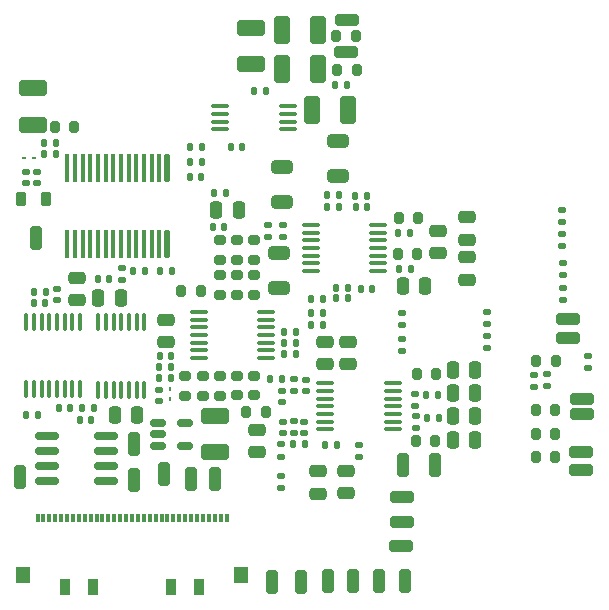
<source format=gbr>
%TF.GenerationSoftware,KiCad,Pcbnew,9.0.0*%
%TF.CreationDate,2025-11-20T17:42:52-08:00*%
%TF.ProjectId,MegaAV_VA1,4d656761-4156-45f5-9641-312e6b696361,rev?*%
%TF.SameCoordinates,Original*%
%TF.FileFunction,Paste,Top*%
%TF.FilePolarity,Positive*%
%FSLAX46Y46*%
G04 Gerber Fmt 4.6, Leading zero omitted, Abs format (unit mm)*
G04 Created by KiCad (PCBNEW 9.0.0) date 2025-11-20 17:42:52*
%MOMM*%
%LPD*%
G01*
G04 APERTURE LIST*
G04 Aperture macros list*
%AMRoundRect*
0 Rectangle with rounded corners*
0 $1 Rounding radius*
0 $2 $3 $4 $5 $6 $7 $8 $9 X,Y pos of 4 corners*
0 Add a 4 corners polygon primitive as box body*
4,1,4,$2,$3,$4,$5,$6,$7,$8,$9,$2,$3,0*
0 Add four circle primitives for the rounded corners*
1,1,$1+$1,$2,$3*
1,1,$1+$1,$4,$5*
1,1,$1+$1,$6,$7*
1,1,$1+$1,$8,$9*
0 Add four rect primitives between the rounded corners*
20,1,$1+$1,$2,$3,$4,$5,0*
20,1,$1+$1,$4,$5,$6,$7,0*
20,1,$1+$1,$6,$7,$8,$9,0*
20,1,$1+$1,$8,$9,$2,$3,0*%
G04 Aperture macros list end*
%ADD10RoundRect,0.250000X-0.250000X-0.750000X0.250000X-0.750000X0.250000X0.750000X-0.250000X0.750000X0*%
%ADD11RoundRect,0.200000X-0.200000X-0.275000X0.200000X-0.275000X0.200000X0.275000X-0.200000X0.275000X0*%
%ADD12RoundRect,0.140000X0.140000X0.170000X-0.140000X0.170000X-0.140000X-0.170000X0.140000X-0.170000X0*%
%ADD13RoundRect,0.140000X-0.140000X-0.170000X0.140000X-0.170000X0.140000X0.170000X-0.140000X0.170000X0*%
%ADD14RoundRect,0.135000X0.185000X-0.135000X0.185000X0.135000X-0.185000X0.135000X-0.185000X-0.135000X0*%
%ADD15RoundRect,0.135000X0.135000X0.185000X-0.135000X0.185000X-0.135000X-0.185000X0.135000X-0.185000X0*%
%ADD16RoundRect,0.135000X-0.135000X-0.185000X0.135000X-0.185000X0.135000X0.185000X-0.135000X0.185000X0*%
%ADD17RoundRect,0.100000X0.637500X0.100000X-0.637500X0.100000X-0.637500X-0.100000X0.637500X-0.100000X0*%
%ADD18RoundRect,0.140000X-0.170000X0.140000X-0.170000X-0.140000X0.170000X-0.140000X0.170000X0.140000X0*%
%ADD19RoundRect,0.200000X0.275000X-0.200000X0.275000X0.200000X-0.275000X0.200000X-0.275000X-0.200000X0*%
%ADD20RoundRect,0.250000X0.475000X-0.250000X0.475000X0.250000X-0.475000X0.250000X-0.475000X-0.250000X0*%
%ADD21RoundRect,0.200000X-0.275000X0.200000X-0.275000X-0.200000X0.275000X-0.200000X0.275000X0.200000X0*%
%ADD22RoundRect,0.200000X0.200000X0.275000X-0.200000X0.275000X-0.200000X-0.275000X0.200000X-0.275000X0*%
%ADD23RoundRect,0.250000X0.750000X-0.250000X0.750000X0.250000X-0.750000X0.250000X-0.750000X-0.250000X0*%
%ADD24RoundRect,0.250000X-0.250000X-0.475000X0.250000X-0.475000X0.250000X0.475000X-0.250000X0.475000X0*%
%ADD25RoundRect,0.135000X-0.185000X0.135000X-0.185000X-0.135000X0.185000X-0.135000X0.185000X0.135000X0*%
%ADD26RoundRect,0.218750X0.218750X0.381250X-0.218750X0.381250X-0.218750X-0.381250X0.218750X-0.381250X0*%
%ADD27RoundRect,0.140000X0.170000X-0.140000X0.170000X0.140000X-0.170000X0.140000X-0.170000X-0.140000X0*%
%ADD28RoundRect,0.250000X-0.925000X0.412500X-0.925000X-0.412500X0.925000X-0.412500X0.925000X0.412500X0*%
%ADD29RoundRect,0.106250X-0.106250X1.118750X-0.106250X-1.118750X0.106250X-1.118750X0.106250X1.118750X0*%
%ADD30RoundRect,0.100000X-0.100000X1.125000X-0.100000X-1.125000X0.100000X-1.125000X0.100000X1.125000X0*%
%ADD31RoundRect,0.250000X0.250000X0.475000X-0.250000X0.475000X-0.250000X-0.475000X0.250000X-0.475000X0*%
%ADD32RoundRect,0.100000X-0.637500X-0.100000X0.637500X-0.100000X0.637500X0.100000X-0.637500X0.100000X0*%
%ADD33RoundRect,0.250000X0.925000X-0.412500X0.925000X0.412500X-0.925000X0.412500X-0.925000X-0.412500X0*%
%ADD34RoundRect,0.250000X-0.412500X-0.925000X0.412500X-0.925000X0.412500X0.925000X-0.412500X0.925000X0*%
%ADD35RoundRect,0.250000X0.650000X-0.325000X0.650000X0.325000X-0.650000X0.325000X-0.650000X-0.325000X0*%
%ADD36RoundRect,0.150000X-0.512500X-0.150000X0.512500X-0.150000X0.512500X0.150000X-0.512500X0.150000X0*%
%ADD37RoundRect,0.250000X-0.475000X0.250000X-0.475000X-0.250000X0.475000X-0.250000X0.475000X0.250000X0*%
%ADD38R,0.300000X0.800000*%
%ADD39R,1.220000X1.400000*%
%ADD40R,0.850000X1.400000*%
%ADD41RoundRect,0.100000X0.100000X-0.637500X0.100000X0.637500X-0.100000X0.637500X-0.100000X-0.637500X0*%
%ADD42RoundRect,0.062500X0.117500X0.062500X-0.117500X0.062500X-0.117500X-0.062500X0.117500X-0.062500X0*%
%ADD43RoundRect,0.150000X0.825000X0.150000X-0.825000X0.150000X-0.825000X-0.150000X0.825000X-0.150000X0*%
%ADD44RoundRect,0.062500X-0.062500X0.117500X-0.062500X-0.117500X0.062500X-0.117500X0.062500X0.117500X0*%
G04 APERTURE END LIST*
D10*
%TO.C,REGION*%
X171602004Y-113618487D03*
%TD*%
D11*
%TO.C,R56*%
X196994696Y-96539750D03*
X198644696Y-96539750D03*
%TD*%
D12*
%TO.C,C39*%
X187485813Y-112715431D03*
X186525813Y-112715431D03*
%TD*%
D13*
%TO.C,C8*%
X176830000Y-117110000D03*
X177790000Y-117110000D03*
%TD*%
D10*
%TO.C,B_IN1*%
X182381242Y-133628613D03*
%TD*%
D14*
%TO.C,R21*%
X209725000Y-122970000D03*
X209725000Y-121950000D03*
%TD*%
D15*
%TO.C,R72*%
X187654016Y-109827898D03*
X186634016Y-109827898D03*
%TD*%
D13*
%TO.C,C31*%
X188070000Y-105925000D03*
X189030000Y-105925000D03*
%TD*%
D15*
%TO.C,R40*%
X203353910Y-116269479D03*
X202333910Y-116269479D03*
%TD*%
D10*
%TO.C,S_IN1*%
X170250000Y-133900000D03*
%TD*%
D12*
%TO.C,C17*%
X193567500Y-122530000D03*
X192607500Y-122530000D03*
%TD*%
D16*
%TO.C,R46*%
X198585000Y-110075000D03*
X199605000Y-110075000D03*
%TD*%
D17*
%TO.C,U7*%
X200537500Y-116450000D03*
X200537500Y-115800000D03*
X200537500Y-115150000D03*
X200537500Y-114500000D03*
X200537500Y-113850000D03*
X200537500Y-113200000D03*
X200537500Y-112550000D03*
X194812500Y-112550000D03*
X194812500Y-113200000D03*
X194812500Y-113850000D03*
X194812500Y-114500000D03*
X194812500Y-115150000D03*
X194812500Y-115800000D03*
X194812500Y-116450000D03*
%TD*%
D10*
%TO.C,G_IN1*%
X184724110Y-134073698D03*
%TD*%
D18*
%TO.C,C11*%
X192450000Y-129195000D03*
X192450000Y-130155000D03*
%TD*%
D19*
%TO.C,R13*%
X184212343Y-126993911D03*
X184212343Y-125343911D03*
%TD*%
D10*
%TO.C,CD_L1*%
X200620000Y-142700000D03*
%TD*%
%TO.C,CLK_IN1*%
X179862995Y-134148552D03*
%TD*%
D20*
%TO.C,C26*%
X205600662Y-114961633D03*
X205600662Y-113061633D03*
%TD*%
D14*
%TO.C,R63*%
X216145000Y-112275000D03*
X216145000Y-111255000D03*
%TD*%
D21*
%TO.C,R37*%
X188581609Y-116814454D03*
X188581609Y-118464454D03*
%TD*%
D22*
%TO.C,R26*%
X205443559Y-125141974D03*
X203793559Y-125141974D03*
%TD*%
D23*
%TO.C,SR3*%
X216650000Y-122125000D03*
%TD*%
D24*
%TO.C,C10*%
X176830000Y-118700000D03*
X178730000Y-118700000D03*
%TD*%
D25*
%TO.C,R32*%
X203740459Y-128700114D03*
X203740459Y-129720114D03*
%TD*%
D13*
%TO.C,C36*%
X198645000Y-111025000D03*
X199605000Y-111025000D03*
%TD*%
D26*
%TO.C,L1*%
X172432500Y-110332275D03*
X170307500Y-110332275D03*
%TD*%
D14*
%TO.C,R18*%
X192281530Y-132157988D03*
X192281530Y-131137988D03*
%TD*%
D23*
%TO.C,CHROMA1*%
X197845270Y-97905149D03*
%TD*%
D10*
%TO.C,GND2*%
X179858948Y-131075199D03*
%TD*%
D14*
%TO.C,R7*%
X193400000Y-126625000D03*
X193400000Y-125605000D03*
%TD*%
D15*
%TO.C,R27*%
X205610000Y-126925000D03*
X204590000Y-126925000D03*
%TD*%
D27*
%TO.C,C5*%
X182015964Y-127450167D03*
X182015964Y-126490167D03*
%TD*%
D23*
%TO.C,FM_R1*%
X202540000Y-137660000D03*
%TD*%
D20*
%TO.C,C4*%
X195460000Y-135290000D03*
X195460000Y-133390000D03*
%TD*%
D23*
%TO.C,HPL_SL2*%
X217825491Y-127271000D03*
%TD*%
D15*
%TO.C,R20*%
X183013131Y-124599024D03*
X181993131Y-124599024D03*
%TD*%
D11*
%TO.C,R15*%
X213872873Y-132177633D03*
X215522873Y-132177633D03*
%TD*%
D10*
%TO.C,HP_L1*%
X202675000Y-132875000D03*
%TD*%
D11*
%TO.C,R57*%
X197060751Y-99413531D03*
X198710751Y-99413531D03*
%TD*%
D12*
%TO.C,C18*%
X193567500Y-121610000D03*
X192607500Y-121610000D03*
%TD*%
D10*
%TO.C,HP_R1*%
X205325000Y-132865000D03*
%TD*%
D28*
%TO.C,C56*%
X186764264Y-128685429D03*
X186764264Y-131760429D03*
%TD*%
D21*
%TO.C,R38*%
X187116822Y-116799507D03*
X187116822Y-118449507D03*
%TD*%
D13*
%TO.C,C37*%
X199090000Y-117975000D03*
X200050000Y-117975000D03*
%TD*%
D29*
%TO.C,U8*%
X182662500Y-107755000D03*
D30*
X182025000Y-107755000D03*
X181375000Y-107755000D03*
X180725000Y-107755000D03*
X180075000Y-107755000D03*
X179425000Y-107755000D03*
X178775000Y-107755000D03*
X178125000Y-107755000D03*
X177475000Y-107755000D03*
X176825000Y-107755000D03*
X176175000Y-107755000D03*
X175525000Y-107755000D03*
X174875000Y-107755000D03*
X174225000Y-107755000D03*
X174225000Y-114205000D03*
X174875000Y-114205000D03*
X175525000Y-114205000D03*
X176175000Y-114205000D03*
X176825000Y-114205000D03*
X177475000Y-114205000D03*
X178125000Y-114205000D03*
X178775000Y-114205000D03*
X179425000Y-114205000D03*
X180075000Y-114205000D03*
X180725000Y-114205000D03*
X181375000Y-114205000D03*
X182025000Y-114205000D03*
D29*
X182662500Y-114205000D03*
%TD*%
D14*
%TO.C,R30*%
X213773039Y-126234349D03*
X213773039Y-125214349D03*
%TD*%
D15*
%TO.C,R41*%
X203235000Y-113200000D03*
X202215000Y-113200000D03*
%TD*%
D16*
%TO.C,R68*%
X172250000Y-105620000D03*
X173270000Y-105620000D03*
%TD*%
D15*
%TO.C,R48*%
X195885000Y-118800000D03*
X194865000Y-118800000D03*
%TD*%
D20*
%TO.C,C15*%
X198025000Y-124325000D03*
X198025000Y-122425000D03*
%TD*%
D31*
%TO.C,C38*%
X188751676Y-111277738D03*
X186851676Y-111277738D03*
%TD*%
D25*
%TO.C,R23*%
X202600000Y-122230000D03*
X202600000Y-123250000D03*
%TD*%
D10*
%TO.C,32X_L1*%
X196280000Y-142730000D03*
%TD*%
D32*
%TO.C,U3*%
X196057500Y-125950000D03*
X196057500Y-126600000D03*
X196057500Y-127250000D03*
X196057500Y-127900000D03*
X196057500Y-128550000D03*
X196057500Y-129200000D03*
X196057500Y-129850000D03*
X201782500Y-129850000D03*
X201782500Y-129200000D03*
X201782500Y-128550000D03*
X201782500Y-127900000D03*
X201782500Y-127250000D03*
X201782500Y-126600000D03*
X201782500Y-125950000D03*
%TD*%
D16*
%TO.C,R69*%
X182100000Y-116440000D03*
X183120000Y-116440000D03*
%TD*%
D19*
%TO.C,R14*%
X190054393Y-126951459D03*
X190054393Y-125301459D03*
%TD*%
D14*
%TO.C,R31*%
X203649079Y-127849561D03*
X203649079Y-126829561D03*
%TD*%
D25*
%TO.C,R22*%
X209750000Y-119925000D03*
X209750000Y-120945000D03*
%TD*%
D22*
%TO.C,R35*%
X185511639Y-118163918D03*
X183861639Y-118163918D03*
%TD*%
D23*
%TO.C,SL3*%
X216650000Y-120475000D03*
%TD*%
%TO.C,HPL_SL1*%
X217832965Y-128540707D03*
%TD*%
D14*
%TO.C,R25*%
X198935017Y-132160071D03*
X198935017Y-131140071D03*
%TD*%
D33*
%TO.C,C48*%
X171275000Y-104062500D03*
X171275000Y-100987500D03*
%TD*%
D12*
%TO.C,C32*%
X185570000Y-108520000D03*
X184610000Y-108520000D03*
%TD*%
D10*
%TO.C,R_IN1*%
X186729530Y-134029302D03*
%TD*%
D34*
%TO.C,C47*%
X192396688Y-99338485D03*
X195471688Y-99338485D03*
%TD*%
D25*
%TO.C,R61*%
X214845472Y-125203078D03*
X214845472Y-126223078D03*
%TD*%
D14*
%TO.C,R71*%
X178860000Y-117250000D03*
X178860000Y-116230000D03*
%TD*%
D18*
%TO.C,C49*%
X171640000Y-108080000D03*
X171640000Y-109040000D03*
%TD*%
D16*
%TO.C,R2*%
X171410000Y-118190000D03*
X172430000Y-118190000D03*
%TD*%
D11*
%TO.C,R17*%
X213938265Y-124046570D03*
X215588265Y-124046570D03*
%TD*%
D23*
%TO.C,HPR_SL2*%
X217724912Y-131807118D03*
%TD*%
D35*
%TO.C,C44*%
X197150000Y-108375000D03*
X197150000Y-105425000D03*
%TD*%
D36*
%TO.C,U9*%
X181923297Y-129331303D03*
X181923297Y-130281303D03*
X181923297Y-131231303D03*
X184198297Y-131231303D03*
X184198297Y-129331303D03*
%TD*%
D16*
%TO.C,R1*%
X181988149Y-125548147D03*
X183008149Y-125548147D03*
%TD*%
D14*
%TO.C,R19*%
X192320000Y-134820000D03*
X192320000Y-133800000D03*
%TD*%
D34*
%TO.C,C46*%
X192357453Y-96035241D03*
X195432453Y-96035241D03*
%TD*%
D12*
%TO.C,C6*%
X172370000Y-119180000D03*
X171410000Y-119180000D03*
%TD*%
D13*
%TO.C,C23*%
X175273296Y-129064208D03*
X176233296Y-129064208D03*
%TD*%
D22*
%TO.C,R39*%
X203839864Y-115025157D03*
X202189864Y-115025157D03*
%TD*%
D10*
%TO.C,GND1*%
X193970000Y-142820000D03*
%TD*%
%TO.C,5V1*%
X191510000Y-142820000D03*
%TD*%
D19*
%TO.C,R43*%
X190067882Y-115483500D03*
X190067882Y-113833500D03*
%TD*%
D12*
%TO.C,C28*%
X183001815Y-123674191D03*
X182041815Y-123674191D03*
%TD*%
D15*
%TO.C,R55*%
X197260000Y-110050000D03*
X196240000Y-110050000D03*
%TD*%
%TO.C,R28*%
X205660000Y-128875000D03*
X204640000Y-128875000D03*
%TD*%
D19*
%TO.C,R9*%
X185677130Y-126993911D03*
X185677130Y-125343911D03*
%TD*%
D12*
%TO.C,C34*%
X185605000Y-105975000D03*
X184645000Y-105975000D03*
%TD*%
D23*
%TO.C,LUMA1*%
X197910039Y-95181405D03*
%TD*%
D20*
%TO.C,C14*%
X196050000Y-124325000D03*
X196050000Y-122425000D03*
%TD*%
D17*
%TO.C,U6*%
X192887500Y-104450000D03*
X192887500Y-103800000D03*
X192887500Y-103150000D03*
X192887500Y-102500000D03*
X187162500Y-102500000D03*
X187162500Y-103150000D03*
X187162500Y-103800000D03*
X187162500Y-104450000D03*
%TD*%
D14*
%TO.C,R65*%
X216150000Y-116795000D03*
X216150000Y-115775000D03*
%TD*%
D16*
%TO.C,R49*%
X196240000Y-111050000D03*
X197260000Y-111050000D03*
%TD*%
D27*
%TO.C,C50*%
X170710000Y-109040000D03*
X170710000Y-108080000D03*
%TD*%
D18*
%TO.C,C12*%
X194425000Y-125640000D03*
X194425000Y-126600000D03*
%TD*%
D20*
%TO.C,C27*%
X208050662Y-113786633D03*
X208050662Y-111886633D03*
%TD*%
D15*
%TO.C,R3*%
X176480000Y-128040000D03*
X175460000Y-128040000D03*
%TD*%
D22*
%TO.C,R29*%
X205364253Y-130878458D03*
X203714253Y-130878458D03*
%TD*%
D35*
%TO.C,C43*%
X192400000Y-110625000D03*
X192400000Y-107675000D03*
%TD*%
D20*
%TO.C,C24*%
X208050662Y-117186633D03*
X208050662Y-115286633D03*
%TD*%
D10*
%TO.C,CD_R1*%
X202790000Y-142700000D03*
%TD*%
D27*
%TO.C,C13*%
X194300000Y-130175000D03*
X194300000Y-129215000D03*
%TD*%
D20*
%TO.C,C1*%
X175050000Y-118900000D03*
X175050000Y-117000000D03*
%TD*%
D34*
%TO.C,C45*%
X194937500Y-102800000D03*
X198012500Y-102800000D03*
%TD*%
D16*
%TO.C,R6*%
X170760000Y-128680000D03*
X171780000Y-128680000D03*
%TD*%
D25*
%TO.C,R8*%
X193375000Y-129180000D03*
X193375000Y-130200000D03*
%TD*%
D31*
%TO.C,C55*%
X180136731Y-128643255D03*
X178236731Y-128643255D03*
%TD*%
D19*
%TO.C,R44*%
X188603095Y-115476027D03*
X188603095Y-113826027D03*
%TD*%
D15*
%TO.C,R4*%
X192371088Y-125597715D03*
X191351088Y-125597715D03*
%TD*%
D31*
%TO.C,C19*%
X208750000Y-124800000D03*
X206850000Y-124800000D03*
%TD*%
D37*
%TO.C,C29*%
X182544235Y-120571850D03*
X182544235Y-122471850D03*
%TD*%
D11*
%TO.C,R33*%
X213895293Y-130215865D03*
X215545293Y-130215865D03*
%TD*%
D20*
%TO.C,C54*%
X190264255Y-131776439D03*
X190264255Y-129876439D03*
%TD*%
D16*
%TO.C,R66*%
X196871919Y-100674356D03*
X197891919Y-100674356D03*
%TD*%
D31*
%TO.C,C21*%
X208750000Y-128750000D03*
X206850000Y-128750000D03*
%TD*%
D23*
%TO.C,HPR_SL1*%
X217729895Y-133270659D03*
%TD*%
D15*
%TO.C,R70*%
X180820000Y-116440000D03*
X179800000Y-116440000D03*
%TD*%
D31*
%TO.C,C22*%
X208750000Y-130725000D03*
X206850000Y-130725000D03*
%TD*%
D35*
%TO.C,C42*%
X192175000Y-117900000D03*
X192175000Y-114950000D03*
%TD*%
D16*
%TO.C,R47*%
X196940000Y-118775000D03*
X197960000Y-118775000D03*
%TD*%
D31*
%TO.C,C20*%
X208750000Y-126775000D03*
X206850000Y-126775000D03*
%TD*%
D15*
%TO.C,R16*%
X195910807Y-121043428D03*
X194890807Y-121043428D03*
%TD*%
D13*
%TO.C,C7*%
X173530000Y-128050000D03*
X174490000Y-128050000D03*
%TD*%
%TO.C,C35*%
X196995000Y-117850000D03*
X197955000Y-117850000D03*
%TD*%
D38*
%TO.C,Z1*%
X171700000Y-137360000D03*
X172200000Y-137360000D03*
X172700000Y-137360000D03*
X173200000Y-137360000D03*
X173700000Y-137360000D03*
X174200000Y-137360000D03*
X174700000Y-137360000D03*
X175200000Y-137360000D03*
X175700000Y-137360000D03*
X176200000Y-137360000D03*
X176700000Y-137360000D03*
X177200000Y-137360000D03*
X177700000Y-137360000D03*
X178200000Y-137360000D03*
X178700000Y-137360000D03*
X179200000Y-137360000D03*
X179700000Y-137360000D03*
X180200000Y-137360000D03*
X180700000Y-137360000D03*
X181200000Y-137360000D03*
X181700000Y-137360000D03*
X182200000Y-137360000D03*
X182700000Y-137360000D03*
X183200000Y-137360000D03*
X183700000Y-137360000D03*
X184200000Y-137360000D03*
X184700000Y-137360000D03*
X185200000Y-137360000D03*
X185700000Y-137360000D03*
X186200000Y-137360000D03*
X186700000Y-137360000D03*
X187200000Y-137360000D03*
X187700000Y-137360000D03*
D39*
X170460000Y-142210000D03*
D40*
X174025000Y-143220000D03*
X176375000Y-143220000D03*
X183025000Y-143220000D03*
X185375000Y-143220000D03*
D39*
X188940000Y-142210000D03*
%TD*%
D20*
%TO.C,C3*%
X197830000Y-135280000D03*
X197830000Y-133380000D03*
%TD*%
D23*
%TO.C,FM_L1*%
X202510000Y-139750000D03*
%TD*%
D16*
%TO.C,R5*%
X193315000Y-131100000D03*
X194335000Y-131100000D03*
%TD*%
D41*
%TO.C,U1*%
X176835000Y-126497500D03*
X177485000Y-126497500D03*
X178135000Y-126497500D03*
X178785000Y-126497500D03*
X179435000Y-126497500D03*
X180085000Y-126497500D03*
X180735000Y-126497500D03*
X180735000Y-120772500D03*
X180085000Y-120772500D03*
X179435000Y-120772500D03*
X178785000Y-120772500D03*
X178135000Y-120772500D03*
X177485000Y-120772500D03*
X176835000Y-120772500D03*
%TD*%
D16*
%TO.C,R59*%
X172262088Y-106570501D03*
X173282088Y-106570501D03*
%TD*%
D19*
%TO.C,R10*%
X187134444Y-126993911D03*
X187134444Y-125343911D03*
%TD*%
D42*
%TO.C,D2*%
X170540000Y-106840000D03*
X171380000Y-106840000D03*
%TD*%
D25*
%TO.C,R60*%
X218341897Y-123638145D03*
X218341897Y-124658145D03*
%TD*%
D11*
%TO.C,R34*%
X213899030Y-128257158D03*
X215549030Y-128257158D03*
%TD*%
D14*
%TO.C,R54*%
X191250000Y-113560000D03*
X191250000Y-112540000D03*
%TD*%
D12*
%TO.C,C16*%
X193567500Y-123450000D03*
X192607500Y-123450000D03*
%TD*%
D16*
%TO.C,R67*%
X190016939Y-101197495D03*
X191036939Y-101197495D03*
%TD*%
D14*
%TO.C,R62*%
X216145000Y-114305000D03*
X216145000Y-113285000D03*
%TD*%
D11*
%TO.C,R58*%
X173175000Y-104275000D03*
X174825000Y-104275000D03*
%TD*%
D13*
%TO.C,C30*%
X196070000Y-131150000D03*
X197030000Y-131150000D03*
%TD*%
D41*
%TO.C,U2*%
X170760000Y-126480000D03*
X171410000Y-126480000D03*
X172060000Y-126480000D03*
X172710000Y-126480000D03*
X173360000Y-126480000D03*
X174010000Y-126480000D03*
X174660000Y-126480000D03*
X175310000Y-126480000D03*
X175310000Y-120755000D03*
X174660000Y-120755000D03*
X174010000Y-120755000D03*
X173360000Y-120755000D03*
X172710000Y-120755000D03*
X172060000Y-120755000D03*
X171410000Y-120755000D03*
X170760000Y-120755000D03*
%TD*%
D24*
%TO.C,C25*%
X202622567Y-117738003D03*
X204522567Y-117738003D03*
%TD*%
D17*
%TO.C,U4*%
X191070000Y-123830000D03*
X191070000Y-123180000D03*
X191070000Y-122530000D03*
X191070000Y-121880000D03*
X191070000Y-121230000D03*
X191070000Y-120580000D03*
X191070000Y-119930000D03*
X185345000Y-119930000D03*
X185345000Y-120580000D03*
X185345000Y-121230000D03*
X185345000Y-121880000D03*
X185345000Y-122530000D03*
X185345000Y-123180000D03*
X185345000Y-123830000D03*
%TD*%
D14*
%TO.C,R52*%
X192500000Y-113550000D03*
X192500000Y-112530000D03*
%TD*%
D11*
%TO.C,R12*%
X189382413Y-128363756D03*
X191032413Y-128363756D03*
%TD*%
D19*
%TO.C,R11*%
X188600816Y-126987580D03*
X188600816Y-125337580D03*
%TD*%
D27*
%TO.C,C2*%
X173350000Y-118900000D03*
X173350000Y-117940000D03*
%TD*%
D10*
%TO.C,32X_R1*%
X198440000Y-142720000D03*
%TD*%
D25*
%TO.C,R24*%
X202575000Y-119980000D03*
X202575000Y-121000000D03*
%TD*%
D18*
%TO.C,C9*%
X192400000Y-126620000D03*
X192400000Y-127580000D03*
%TD*%
D15*
%TO.C,R53*%
X195885000Y-119975000D03*
X194865000Y-119975000D03*
%TD*%
D14*
%TO.C,R64*%
X216150000Y-118895000D03*
X216150000Y-117875000D03*
%TD*%
D12*
%TO.C,C33*%
X185590000Y-107230000D03*
X184630000Y-107230000D03*
%TD*%
D43*
%TO.C,U5*%
X177468296Y-134214208D03*
X177468296Y-132944208D03*
X177468296Y-131674208D03*
X177468296Y-130404208D03*
X172518296Y-130404208D03*
X172518296Y-131674208D03*
X172518296Y-132944208D03*
X172518296Y-134214208D03*
%TD*%
D22*
%TO.C,R42*%
X203936084Y-111946738D03*
X202286084Y-111946738D03*
%TD*%
D33*
%TO.C,C41*%
X189775000Y-98962500D03*
X189775000Y-95887500D03*
%TD*%
D44*
%TO.C,D1*%
X182925228Y-127280557D03*
X182925228Y-126440557D03*
%TD*%
D21*
%TO.C,R36*%
X190046396Y-116806981D03*
X190046396Y-118456981D03*
%TD*%
D23*
%TO.C,P1*%
X202530000Y-135610000D03*
%TD*%
D19*
%TO.C,R45*%
X187145781Y-115498447D03*
X187145781Y-113848447D03*
%TD*%
M02*

</source>
